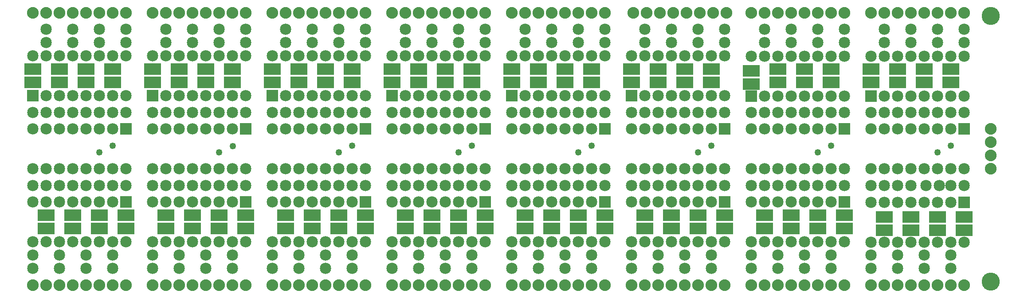
<source format=gbs>
G04 MADE WITH FRITZING*
G04 WWW.FRITZING.ORG*
G04 DOUBLE SIDED*
G04 HOLES PLATED*
G04 CONTOUR ON CENTER OF CONTOUR VECTOR*
%ASAXBY*%
%FSLAX23Y23*%
%MOIN*%
%OFA0B0*%
%SFA1.0B1.0*%
%ADD10C,0.049370*%
%ADD11C,0.088000*%
%ADD12C,0.135984*%
%ADD13C,0.085000*%
%ADD14R,0.128110X0.088740*%
%ADD15R,0.085000X0.085000*%
%LNMASK0*%
G90*
G70*
G54D10*
X5257Y1179D03*
X5157Y1129D03*
X6057Y1129D03*
X6157Y1179D03*
X7057Y1179D03*
X6957Y1129D03*
X4356Y1179D03*
X4257Y1129D03*
X757Y1179D03*
X657Y1129D03*
X3456Y1179D03*
X3357Y1129D03*
X1658Y1175D03*
X1557Y1129D03*
X2457Y1129D03*
X2556Y1179D03*
G54D11*
X4457Y2179D03*
X4357Y2179D03*
X4257Y2179D03*
X4157Y2179D03*
X4057Y2179D03*
X3957Y2179D03*
X3857Y2179D03*
X3757Y2179D03*
X1757Y2179D03*
X1657Y2179D03*
X1557Y2179D03*
X1457Y2179D03*
X1357Y2179D03*
X1257Y2179D03*
X1157Y2179D03*
X1057Y2179D03*
X857Y2179D03*
X757Y2179D03*
X657Y2179D03*
X557Y2179D03*
X457Y2179D03*
X357Y2179D03*
X257Y2179D03*
X157Y2179D03*
X2657Y2179D03*
X2557Y2179D03*
X2457Y2179D03*
X2357Y2179D03*
X2257Y2179D03*
X2157Y2179D03*
X2057Y2179D03*
X1957Y2179D03*
X3557Y2179D03*
X3457Y2179D03*
X3357Y2179D03*
X3257Y2179D03*
X3157Y2179D03*
X3057Y2179D03*
X2957Y2179D03*
X2857Y2179D03*
X5369Y2179D03*
X5269Y2179D03*
X5169Y2179D03*
X5069Y2179D03*
X4969Y2179D03*
X4869Y2179D03*
X4769Y2179D03*
X4669Y2179D03*
X6257Y2179D03*
X6157Y2179D03*
X6057Y2179D03*
X5957Y2179D03*
X5857Y2179D03*
X5757Y2179D03*
X5657Y2179D03*
X5557Y2179D03*
X7157Y2179D03*
X7057Y2179D03*
X6957Y2179D03*
X6857Y2179D03*
X6757Y2179D03*
X6657Y2179D03*
X6557Y2179D03*
X6457Y2179D03*
G54D12*
X7357Y154D03*
X7357Y2154D03*
G54D13*
X857Y1304D03*
X857Y1004D03*
X757Y1304D03*
X757Y1004D03*
X657Y1304D03*
X657Y1004D03*
X557Y1304D03*
X557Y1004D03*
X457Y1304D03*
X457Y1004D03*
X357Y1304D03*
X357Y1004D03*
X257Y1304D03*
X257Y1004D03*
X157Y1304D03*
X157Y1004D03*
X1757Y1304D03*
X1757Y1004D03*
X1657Y1304D03*
X1657Y1004D03*
X1557Y1304D03*
X1557Y1004D03*
X1457Y1304D03*
X1457Y1004D03*
X1357Y1304D03*
X1357Y1004D03*
X1257Y1304D03*
X1257Y1004D03*
X1157Y1304D03*
X1157Y1004D03*
X1057Y1304D03*
X1057Y1004D03*
X2657Y1304D03*
X2657Y1004D03*
X2557Y1304D03*
X2557Y1004D03*
X2457Y1304D03*
X2457Y1004D03*
X2357Y1304D03*
X2357Y1004D03*
X2257Y1304D03*
X2257Y1004D03*
X2157Y1304D03*
X2157Y1004D03*
X2057Y1304D03*
X2057Y1004D03*
X1957Y1304D03*
X1957Y1004D03*
X3557Y1304D03*
X3557Y1004D03*
X3457Y1304D03*
X3457Y1004D03*
X3357Y1304D03*
X3357Y1004D03*
X3257Y1304D03*
X3257Y1004D03*
X3157Y1304D03*
X3157Y1004D03*
X3057Y1304D03*
X3057Y1004D03*
X2957Y1304D03*
X2957Y1004D03*
X2857Y1304D03*
X2857Y1004D03*
X4457Y1304D03*
X4457Y1004D03*
X4357Y1304D03*
X4357Y1004D03*
X4257Y1304D03*
X4257Y1004D03*
X4157Y1304D03*
X4157Y1004D03*
X4057Y1304D03*
X4057Y1004D03*
X3957Y1304D03*
X3957Y1004D03*
X3857Y1304D03*
X3857Y1004D03*
X3757Y1304D03*
X3757Y1004D03*
X5357Y1304D03*
X5357Y1004D03*
X5257Y1304D03*
X5257Y1004D03*
X5157Y1304D03*
X5157Y1004D03*
X5057Y1304D03*
X5057Y1004D03*
X4957Y1304D03*
X4957Y1004D03*
X4857Y1304D03*
X4857Y1004D03*
X4757Y1304D03*
X4757Y1004D03*
X4657Y1304D03*
X4657Y1004D03*
X6257Y1304D03*
X6257Y1004D03*
X6157Y1304D03*
X6157Y1004D03*
X6057Y1304D03*
X6057Y1004D03*
X5957Y1304D03*
X5957Y1004D03*
X5857Y1304D03*
X5857Y1004D03*
X5757Y1304D03*
X5757Y1004D03*
X5657Y1304D03*
X5657Y1004D03*
X5557Y1304D03*
X5557Y1004D03*
X7157Y1304D03*
X7157Y1004D03*
X7057Y1304D03*
X7057Y1004D03*
X6957Y1304D03*
X6957Y1004D03*
X6857Y1304D03*
X6857Y1004D03*
X6757Y1304D03*
X6757Y1004D03*
X6657Y1304D03*
X6657Y1004D03*
X6557Y1304D03*
X6557Y1004D03*
X6457Y1304D03*
X6457Y1004D03*
G54D11*
X7357Y1304D03*
X7357Y1204D03*
X7357Y1104D03*
X7357Y1004D03*
G54D13*
X857Y754D03*
X857Y454D03*
X757Y754D03*
X757Y454D03*
X657Y754D03*
X657Y454D03*
X557Y754D03*
X557Y454D03*
X457Y754D03*
X457Y454D03*
X357Y754D03*
X357Y454D03*
X257Y754D03*
X257Y454D03*
X157Y754D03*
X157Y454D03*
X1757Y754D03*
X1757Y454D03*
X1657Y754D03*
X1657Y454D03*
X1557Y754D03*
X1557Y454D03*
X1457Y754D03*
X1457Y454D03*
X1357Y754D03*
X1357Y454D03*
X1257Y754D03*
X1257Y454D03*
X1157Y754D03*
X1157Y454D03*
X1057Y754D03*
X1057Y454D03*
X2657Y754D03*
X2657Y454D03*
X2557Y754D03*
X2557Y454D03*
X2457Y754D03*
X2457Y454D03*
X2357Y754D03*
X2357Y454D03*
X2257Y754D03*
X2257Y454D03*
X2157Y754D03*
X2157Y454D03*
X2057Y754D03*
X2057Y454D03*
X1957Y754D03*
X1957Y454D03*
X3557Y754D03*
X3557Y454D03*
X3457Y754D03*
X3457Y454D03*
X3357Y754D03*
X3357Y454D03*
X3257Y754D03*
X3257Y454D03*
X3157Y754D03*
X3157Y454D03*
X3057Y754D03*
X3057Y454D03*
X2957Y754D03*
X2957Y454D03*
X2857Y754D03*
X2857Y454D03*
X4457Y754D03*
X4457Y454D03*
X4357Y754D03*
X4357Y454D03*
X4257Y754D03*
X4257Y454D03*
X4157Y754D03*
X4157Y454D03*
X4057Y754D03*
X4057Y454D03*
X3957Y754D03*
X3957Y454D03*
X3857Y754D03*
X3857Y454D03*
X3757Y754D03*
X3757Y454D03*
X5357Y754D03*
X5357Y454D03*
X5257Y754D03*
X5257Y454D03*
X5157Y754D03*
X5157Y454D03*
X5057Y754D03*
X5057Y454D03*
X4957Y754D03*
X4957Y454D03*
X4857Y754D03*
X4857Y454D03*
X4757Y754D03*
X4757Y454D03*
X4657Y754D03*
X4657Y454D03*
X6257Y754D03*
X6257Y454D03*
X6157Y754D03*
X6157Y454D03*
X6057Y754D03*
X6057Y454D03*
X5957Y754D03*
X5957Y454D03*
X5857Y754D03*
X5857Y454D03*
X5757Y754D03*
X5757Y454D03*
X5657Y754D03*
X5657Y454D03*
X5557Y754D03*
X5557Y454D03*
X7156Y753D03*
X7156Y453D03*
X7056Y753D03*
X7056Y453D03*
X6956Y753D03*
X6956Y453D03*
X6856Y753D03*
X6856Y453D03*
X6756Y753D03*
X6756Y453D03*
X6656Y753D03*
X6656Y453D03*
X6556Y753D03*
X6556Y453D03*
X6456Y753D03*
X6456Y453D03*
X157Y1554D03*
X157Y1854D03*
X257Y1554D03*
X257Y1854D03*
X357Y1554D03*
X357Y1854D03*
X457Y1554D03*
X457Y1854D03*
X557Y1554D03*
X557Y1854D03*
X657Y1554D03*
X657Y1854D03*
X757Y1554D03*
X757Y1854D03*
X857Y1554D03*
X857Y1854D03*
X1057Y1554D03*
X1057Y1854D03*
X1157Y1554D03*
X1157Y1854D03*
X1257Y1554D03*
X1257Y1854D03*
X1357Y1554D03*
X1357Y1854D03*
X1457Y1554D03*
X1457Y1854D03*
X1557Y1554D03*
X1557Y1854D03*
X1657Y1554D03*
X1657Y1854D03*
X1757Y1554D03*
X1757Y1854D03*
X1957Y1554D03*
X1957Y1854D03*
X2057Y1554D03*
X2057Y1854D03*
X2157Y1554D03*
X2157Y1854D03*
X2257Y1554D03*
X2257Y1854D03*
X2357Y1554D03*
X2357Y1854D03*
X2457Y1554D03*
X2457Y1854D03*
X2557Y1554D03*
X2557Y1854D03*
X2657Y1554D03*
X2657Y1854D03*
X2857Y1554D03*
X2857Y1854D03*
X2957Y1554D03*
X2957Y1854D03*
X3057Y1554D03*
X3057Y1854D03*
X3157Y1554D03*
X3157Y1854D03*
X3257Y1554D03*
X3257Y1854D03*
X3357Y1554D03*
X3357Y1854D03*
X3457Y1554D03*
X3457Y1854D03*
X3557Y1554D03*
X3557Y1854D03*
X3757Y1554D03*
X3757Y1854D03*
X3857Y1554D03*
X3857Y1854D03*
X3957Y1554D03*
X3957Y1854D03*
X4057Y1554D03*
X4057Y1854D03*
X4157Y1554D03*
X4157Y1854D03*
X4257Y1554D03*
X4257Y1854D03*
X4357Y1554D03*
X4357Y1854D03*
X4457Y1554D03*
X4457Y1854D03*
X5557Y1553D03*
X5557Y1853D03*
X5657Y1553D03*
X5657Y1853D03*
X5757Y1553D03*
X5757Y1853D03*
X5857Y1553D03*
X5857Y1853D03*
X5957Y1553D03*
X5957Y1853D03*
X6057Y1553D03*
X6057Y1853D03*
X6157Y1553D03*
X6157Y1853D03*
X6257Y1553D03*
X6257Y1853D03*
X4657Y1554D03*
X4657Y1854D03*
X4757Y1554D03*
X4757Y1854D03*
X4857Y1554D03*
X4857Y1854D03*
X4957Y1554D03*
X4957Y1854D03*
X5057Y1554D03*
X5057Y1854D03*
X5157Y1554D03*
X5157Y1854D03*
X5257Y1554D03*
X5257Y1854D03*
X5357Y1554D03*
X5357Y1854D03*
X6457Y1553D03*
X6457Y1853D03*
X6557Y1553D03*
X6557Y1853D03*
X6657Y1553D03*
X6657Y1853D03*
X6757Y1553D03*
X6757Y1853D03*
X6857Y1553D03*
X6857Y1853D03*
X6957Y1553D03*
X6957Y1853D03*
X7057Y1553D03*
X7057Y1853D03*
X7157Y1553D03*
X7157Y1853D03*
X7157Y1954D03*
X7157Y2054D03*
X6757Y2054D03*
X6757Y1954D03*
X5357Y2054D03*
X5357Y1954D03*
X6257Y2054D03*
X6257Y1954D03*
X5157Y2054D03*
X5157Y1954D03*
X6057Y2054D03*
X6057Y1954D03*
X4957Y2054D03*
X4957Y1954D03*
X5857Y2054D03*
X5857Y1954D03*
X4757Y2054D03*
X4757Y1954D03*
X5657Y2054D03*
X5657Y1954D03*
X7057Y879D03*
X7157Y879D03*
X6869Y879D03*
X6969Y879D03*
X6657Y879D03*
X6757Y879D03*
X3757Y879D03*
X3857Y879D03*
X157Y879D03*
X257Y879D03*
X1057Y879D03*
X1157Y879D03*
X2857Y879D03*
X2957Y879D03*
X1957Y879D03*
X2057Y879D03*
X4657Y879D03*
X4757Y879D03*
X5557Y879D03*
X5657Y879D03*
X3957Y879D03*
X4057Y879D03*
X357Y879D03*
X457Y879D03*
X1257Y879D03*
X1357Y879D03*
X2157Y879D03*
X2257Y879D03*
X3057Y879D03*
X3157Y879D03*
X4857Y879D03*
X4957Y879D03*
X5757Y879D03*
X5857Y879D03*
X4157Y879D03*
X4257Y879D03*
X557Y879D03*
X657Y879D03*
X1457Y879D03*
X1557Y879D03*
X3257Y879D03*
X3357Y879D03*
X2357Y879D03*
X2457Y879D03*
X5057Y879D03*
X5157Y879D03*
X5957Y879D03*
X6057Y879D03*
X4357Y879D03*
X4457Y879D03*
X1657Y879D03*
X1757Y879D03*
X757Y879D03*
X857Y879D03*
X2557Y879D03*
X2657Y879D03*
X3457Y879D03*
X3557Y879D03*
X5257Y879D03*
X5357Y879D03*
X6157Y879D03*
X6257Y879D03*
X6457Y879D03*
X6557Y879D03*
X7057Y1429D03*
X7157Y1429D03*
X6657Y1429D03*
X6757Y1429D03*
X6957Y1429D03*
X6857Y1429D03*
X4357Y1429D03*
X4457Y1429D03*
X757Y1429D03*
X857Y1429D03*
X1657Y1429D03*
X1757Y1429D03*
X2557Y1429D03*
X2657Y1429D03*
X3457Y1429D03*
X3557Y1429D03*
X5257Y1429D03*
X5357Y1429D03*
X6157Y1429D03*
X6257Y1429D03*
X4257Y1429D03*
X4157Y1429D03*
X1557Y1429D03*
X1457Y1429D03*
X3357Y1429D03*
X3257Y1429D03*
X657Y1429D03*
X557Y1429D03*
X2457Y1429D03*
X2357Y1429D03*
X5157Y1429D03*
X5057Y1429D03*
X6057Y1429D03*
X5957Y1429D03*
X3957Y1429D03*
X4057Y1429D03*
X1257Y1429D03*
X1357Y1429D03*
X357Y1429D03*
X457Y1429D03*
X2157Y1429D03*
X2257Y1429D03*
X3057Y1429D03*
X3157Y1429D03*
X4857Y1429D03*
X4957Y1429D03*
X5757Y1429D03*
X5857Y1429D03*
X3857Y1429D03*
X3757Y1429D03*
X257Y1429D03*
X157Y1429D03*
X1157Y1429D03*
X1057Y1429D03*
X2957Y1429D03*
X2857Y1429D03*
X2057Y1429D03*
X1957Y1429D03*
X4757Y1429D03*
X4657Y1429D03*
X5657Y1429D03*
X5557Y1429D03*
X6557Y1429D03*
X6457Y1429D03*
X7057Y354D03*
X7057Y254D03*
X6857Y354D03*
X6857Y254D03*
X6657Y354D03*
X6657Y254D03*
X4357Y354D03*
X4357Y254D03*
X757Y354D03*
X757Y254D03*
X1657Y354D03*
X1657Y254D03*
X3457Y354D03*
X3457Y254D03*
X2557Y354D03*
X2557Y254D03*
X5257Y354D03*
X5257Y254D03*
X6157Y354D03*
X6157Y254D03*
X4157Y354D03*
X4157Y254D03*
X557Y354D03*
X557Y254D03*
X1457Y354D03*
X1457Y254D03*
X2357Y354D03*
X2357Y254D03*
X3257Y354D03*
X3257Y254D03*
X5057Y354D03*
X5057Y254D03*
X5957Y354D03*
X5957Y254D03*
X3957Y354D03*
X3957Y254D03*
X357Y354D03*
X357Y254D03*
X1257Y354D03*
X1257Y254D03*
X3057Y354D03*
X3057Y254D03*
X2157Y354D03*
X2157Y254D03*
X4857Y354D03*
X4857Y254D03*
X5757Y354D03*
X5757Y254D03*
X3757Y354D03*
X3757Y254D03*
X1057Y354D03*
X1057Y254D03*
X157Y354D03*
X157Y254D03*
X1957Y354D03*
X1957Y254D03*
X2857Y354D03*
X2857Y254D03*
X4657Y354D03*
X4657Y254D03*
X5557Y354D03*
X5557Y254D03*
X6457Y354D03*
X6457Y254D03*
X4457Y2054D03*
X4457Y1954D03*
X4257Y2054D03*
X4257Y1954D03*
X3857Y2054D03*
X3857Y1954D03*
X1557Y2054D03*
X1557Y1954D03*
X1757Y2054D03*
X1757Y1954D03*
X1357Y2054D03*
X1357Y1954D03*
X257Y2054D03*
X257Y1954D03*
X457Y2054D03*
X457Y1954D03*
X857Y2054D03*
X857Y1954D03*
X657Y2054D03*
X657Y1954D03*
X1157Y2054D03*
X1157Y1954D03*
X3557Y2054D03*
X3557Y1954D03*
X3357Y2054D03*
X3357Y1954D03*
X3157Y2054D03*
X3157Y1954D03*
X2957Y2054D03*
X2957Y1954D03*
X2657Y2054D03*
X2657Y1954D03*
X2257Y2054D03*
X2257Y1954D03*
X2457Y2054D03*
X2457Y1954D03*
X2057Y2054D03*
X2057Y1954D03*
X4057Y2054D03*
X4057Y1954D03*
G54D11*
X3757Y129D03*
X3857Y129D03*
X3957Y129D03*
X4057Y129D03*
X4157Y129D03*
X4257Y129D03*
X4357Y129D03*
X4457Y129D03*
X157Y129D03*
X257Y129D03*
X357Y129D03*
X457Y129D03*
X557Y129D03*
X657Y129D03*
X757Y129D03*
X857Y129D03*
X1057Y129D03*
X1157Y129D03*
X1257Y129D03*
X1357Y129D03*
X1457Y129D03*
X1557Y129D03*
X1657Y129D03*
X1757Y129D03*
X2857Y129D03*
X2957Y129D03*
X3057Y129D03*
X3157Y129D03*
X3257Y129D03*
X3357Y129D03*
X3457Y129D03*
X3557Y129D03*
X1957Y129D03*
X2057Y129D03*
X2157Y129D03*
X2257Y129D03*
X2357Y129D03*
X2457Y129D03*
X2557Y129D03*
X2657Y129D03*
X6457Y129D03*
X6557Y129D03*
X6657Y129D03*
X6757Y129D03*
X6857Y129D03*
X6957Y129D03*
X7057Y129D03*
X7157Y129D03*
X5557Y129D03*
X5657Y129D03*
X5757Y129D03*
X5857Y129D03*
X5957Y129D03*
X6057Y129D03*
X6157Y129D03*
X6257Y129D03*
X4657Y129D03*
X4757Y129D03*
X4857Y129D03*
X4957Y129D03*
X5057Y129D03*
X5157Y129D03*
X5257Y129D03*
X5357Y129D03*
G54D13*
X6957Y1954D03*
X6957Y2054D03*
X6557Y2054D03*
X6557Y1954D03*
G54D14*
X3757Y1754D03*
X157Y1754D03*
X1057Y1754D03*
X1957Y1754D03*
X2857Y1754D03*
X3757Y1654D03*
X157Y1654D03*
X1057Y1654D03*
X1957Y1654D03*
X2857Y1654D03*
X4357Y1654D03*
X757Y1654D03*
X1657Y1654D03*
X2557Y1654D03*
X3457Y1654D03*
X4157Y1754D03*
X557Y1754D03*
X1457Y1754D03*
X2357Y1754D03*
X3257Y1754D03*
X4357Y1754D03*
X757Y1754D03*
X1657Y1754D03*
X2557Y1754D03*
X3457Y1754D03*
X3957Y1754D03*
X357Y1754D03*
X1257Y1754D03*
X2157Y1754D03*
X3057Y1754D03*
X3957Y1654D03*
X357Y1654D03*
X1257Y1654D03*
X3057Y1654D03*
X2157Y1654D03*
X4157Y1654D03*
X557Y1654D03*
X1457Y1654D03*
X2357Y1654D03*
X3257Y1654D03*
X4657Y1754D03*
X4657Y1654D03*
X5257Y1654D03*
X5057Y1754D03*
X5257Y1754D03*
X4857Y1754D03*
X4857Y1654D03*
X5057Y1654D03*
X5557Y1741D03*
X5557Y1641D03*
X6157Y1654D03*
X5957Y1754D03*
X6157Y1754D03*
X5757Y1754D03*
X5757Y1654D03*
X5957Y1654D03*
X6457Y1754D03*
X6457Y1654D03*
X7057Y1654D03*
X6857Y1754D03*
X7057Y1754D03*
X6657Y1754D03*
X6657Y1654D03*
X6857Y1654D03*
X6757Y541D03*
X7157Y541D03*
X6757Y641D03*
X7157Y641D03*
X6957Y641D03*
X6957Y541D03*
X6557Y541D03*
X6557Y641D03*
X5857Y554D03*
X6257Y554D03*
X5857Y654D03*
X6257Y654D03*
X6057Y654D03*
X6057Y554D03*
X5657Y554D03*
X5657Y654D03*
X4957Y554D03*
X5357Y554D03*
X4957Y654D03*
X5357Y654D03*
X5157Y654D03*
X5157Y554D03*
X4757Y554D03*
X4757Y654D03*
X4457Y654D03*
X857Y654D03*
X1757Y654D03*
X2657Y654D03*
X3557Y654D03*
X4457Y554D03*
X857Y554D03*
X1757Y554D03*
X2657Y554D03*
X3557Y554D03*
X4257Y554D03*
X657Y554D03*
X1557Y554D03*
X2457Y554D03*
X3357Y554D03*
X4257Y654D03*
X657Y654D03*
X1557Y654D03*
X2457Y654D03*
X3357Y654D03*
X4057Y554D03*
X457Y554D03*
X1357Y554D03*
X2257Y554D03*
X3157Y554D03*
X4057Y654D03*
X457Y654D03*
X1357Y654D03*
X2257Y654D03*
X3157Y654D03*
X3857Y554D03*
X257Y554D03*
X1157Y554D03*
X2057Y554D03*
X2957Y554D03*
X3857Y654D03*
X257Y654D03*
X1157Y654D03*
X2057Y654D03*
X2957Y654D03*
G54D15*
X857Y1304D03*
X1757Y1304D03*
X2657Y1304D03*
X3557Y1304D03*
X4457Y1304D03*
X5357Y1304D03*
X6257Y1304D03*
X7157Y1304D03*
X857Y754D03*
X1757Y754D03*
X2657Y754D03*
X3557Y754D03*
X4457Y754D03*
X5357Y754D03*
X6257Y754D03*
X7156Y753D03*
X157Y1554D03*
X1057Y1554D03*
X1957Y1554D03*
X2857Y1554D03*
X3757Y1554D03*
X5557Y1553D03*
X4657Y1554D03*
X6457Y1553D03*
G04 End of Mask0*
M02*
</source>
